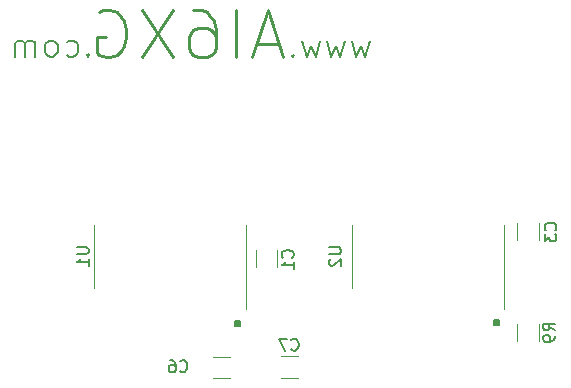
<source format=gbr>
%TF.GenerationSoftware,KiCad,Pcbnew,7.0.10*%
%TF.CreationDate,2024-01-22T19:43:49-08:00*%
%TF.ProjectId,Relay_LCD k7,52656c61-795f-44c4-9344-206b372e6b69,rev?*%
%TF.SameCoordinates,Original*%
%TF.FileFunction,Legend,Bot*%
%TF.FilePolarity,Positive*%
%FSLAX46Y46*%
G04 Gerber Fmt 4.6, Leading zero omitted, Abs format (unit mm)*
G04 Created by KiCad (PCBNEW 7.0.10) date 2024-01-22 19:43:49*
%MOMM*%
%LPD*%
G01*
G04 APERTURE LIST*
%ADD10C,0.200000*%
%ADD11C,0.250000*%
%ADD12C,0.150000*%
%ADD13C,0.120000*%
G04 APERTURE END LIST*
D10*
X90788601Y-116075000D02*
X91225000Y-116075000D01*
X91225000Y-116488547D01*
X90788601Y-116488547D01*
X90788601Y-116075000D01*
G36*
X90788601Y-116075000D02*
G01*
X91225000Y-116075000D01*
X91225000Y-116488547D01*
X90788601Y-116488547D01*
X90788601Y-116075000D01*
G37*
X112750000Y-116000000D02*
X113186399Y-116000000D01*
X113186399Y-116413547D01*
X112750000Y-116413547D01*
X112750000Y-116000000D01*
G36*
X112750000Y-116000000D02*
G01*
X113186399Y-116000000D01*
X113186399Y-116413547D01*
X112750000Y-116413547D01*
X112750000Y-116000000D01*
G37*
X102208332Y-92431504D02*
X101827380Y-93764838D01*
X101827380Y-93764838D02*
X101446427Y-92812457D01*
X101446427Y-92812457D02*
X101065475Y-93764838D01*
X101065475Y-93764838D02*
X100684523Y-92431504D01*
X100113094Y-92431504D02*
X99732142Y-93764838D01*
X99732142Y-93764838D02*
X99351189Y-92812457D01*
X99351189Y-92812457D02*
X98970237Y-93764838D01*
X98970237Y-93764838D02*
X98589285Y-92431504D01*
X98017856Y-92431504D02*
X97636904Y-93764838D01*
X97636904Y-93764838D02*
X97255951Y-92812457D01*
X97255951Y-92812457D02*
X96874999Y-93764838D01*
X96874999Y-93764838D02*
X96494047Y-92431504D01*
X95732142Y-93574361D02*
X95636904Y-93669600D01*
X95636904Y-93669600D02*
X95732142Y-93764838D01*
X95732142Y-93764838D02*
X95827380Y-93669600D01*
X95827380Y-93669600D02*
X95732142Y-93574361D01*
X95732142Y-93574361D02*
X95732142Y-93764838D01*
D11*
X94514285Y-92644619D02*
X92609523Y-92644619D01*
X94895237Y-93787476D02*
X93561904Y-89787476D01*
X93561904Y-89787476D02*
X92228570Y-93787476D01*
X90895238Y-93787476D02*
X90895238Y-89787476D01*
X87276190Y-89787476D02*
X88038095Y-89787476D01*
X88038095Y-89787476D02*
X88419047Y-89977952D01*
X88419047Y-89977952D02*
X88609523Y-90168428D01*
X88609523Y-90168428D02*
X88990476Y-90739857D01*
X88990476Y-90739857D02*
X89180952Y-91501761D01*
X89180952Y-91501761D02*
X89180952Y-93025571D01*
X89180952Y-93025571D02*
X88990476Y-93406523D01*
X88990476Y-93406523D02*
X88799999Y-93597000D01*
X88799999Y-93597000D02*
X88419047Y-93787476D01*
X88419047Y-93787476D02*
X87657142Y-93787476D01*
X87657142Y-93787476D02*
X87276190Y-93597000D01*
X87276190Y-93597000D02*
X87085714Y-93406523D01*
X87085714Y-93406523D02*
X86895237Y-93025571D01*
X86895237Y-93025571D02*
X86895237Y-92073190D01*
X86895237Y-92073190D02*
X87085714Y-91692238D01*
X87085714Y-91692238D02*
X87276190Y-91501761D01*
X87276190Y-91501761D02*
X87657142Y-91311285D01*
X87657142Y-91311285D02*
X88419047Y-91311285D01*
X88419047Y-91311285D02*
X88799999Y-91501761D01*
X88799999Y-91501761D02*
X88990476Y-91692238D01*
X88990476Y-91692238D02*
X89180952Y-92073190D01*
X85561904Y-89787476D02*
X82895237Y-93787476D01*
X82895237Y-89787476D02*
X85561904Y-93787476D01*
X79276189Y-89977952D02*
X79657142Y-89787476D01*
X79657142Y-89787476D02*
X80228570Y-89787476D01*
X80228570Y-89787476D02*
X80799999Y-89977952D01*
X80799999Y-89977952D02*
X81180951Y-90358904D01*
X81180951Y-90358904D02*
X81371428Y-90739857D01*
X81371428Y-90739857D02*
X81561904Y-91501761D01*
X81561904Y-91501761D02*
X81561904Y-92073190D01*
X81561904Y-92073190D02*
X81371428Y-92835095D01*
X81371428Y-92835095D02*
X81180951Y-93216047D01*
X81180951Y-93216047D02*
X80799999Y-93597000D01*
X80799999Y-93597000D02*
X80228570Y-93787476D01*
X80228570Y-93787476D02*
X79847618Y-93787476D01*
X79847618Y-93787476D02*
X79276189Y-93597000D01*
X79276189Y-93597000D02*
X79085713Y-93406523D01*
X79085713Y-93406523D02*
X79085713Y-92073190D01*
X79085713Y-92073190D02*
X79847618Y-92073190D01*
D10*
X78345238Y-93524361D02*
X78250000Y-93619600D01*
X78250000Y-93619600D02*
X78345238Y-93714838D01*
X78345238Y-93714838D02*
X78440476Y-93619600D01*
X78440476Y-93619600D02*
X78345238Y-93524361D01*
X78345238Y-93524361D02*
X78345238Y-93714838D01*
X76535714Y-93619600D02*
X76726190Y-93714838D01*
X76726190Y-93714838D02*
X77107143Y-93714838D01*
X77107143Y-93714838D02*
X77297619Y-93619600D01*
X77297619Y-93619600D02*
X77392857Y-93524361D01*
X77392857Y-93524361D02*
X77488095Y-93333885D01*
X77488095Y-93333885D02*
X77488095Y-92762457D01*
X77488095Y-92762457D02*
X77392857Y-92571980D01*
X77392857Y-92571980D02*
X77297619Y-92476742D01*
X77297619Y-92476742D02*
X77107143Y-92381504D01*
X77107143Y-92381504D02*
X76726190Y-92381504D01*
X76726190Y-92381504D02*
X76535714Y-92476742D01*
X75392857Y-93714838D02*
X75583333Y-93619600D01*
X75583333Y-93619600D02*
X75678571Y-93524361D01*
X75678571Y-93524361D02*
X75773809Y-93333885D01*
X75773809Y-93333885D02*
X75773809Y-92762457D01*
X75773809Y-92762457D02*
X75678571Y-92571980D01*
X75678571Y-92571980D02*
X75583333Y-92476742D01*
X75583333Y-92476742D02*
X75392857Y-92381504D01*
X75392857Y-92381504D02*
X75107142Y-92381504D01*
X75107142Y-92381504D02*
X74916666Y-92476742D01*
X74916666Y-92476742D02*
X74821428Y-92571980D01*
X74821428Y-92571980D02*
X74726190Y-92762457D01*
X74726190Y-92762457D02*
X74726190Y-93333885D01*
X74726190Y-93333885D02*
X74821428Y-93524361D01*
X74821428Y-93524361D02*
X74916666Y-93619600D01*
X74916666Y-93619600D02*
X75107142Y-93714838D01*
X75107142Y-93714838D02*
X75392857Y-93714838D01*
X73869047Y-93714838D02*
X73869047Y-92381504D01*
X73869047Y-92571980D02*
X73773809Y-92476742D01*
X73773809Y-92476742D02*
X73583333Y-92381504D01*
X73583333Y-92381504D02*
X73297618Y-92381504D01*
X73297618Y-92381504D02*
X73107142Y-92476742D01*
X73107142Y-92476742D02*
X73011904Y-92667219D01*
X73011904Y-92667219D02*
X73011904Y-93714838D01*
X73011904Y-92667219D02*
X72916666Y-92476742D01*
X72916666Y-92476742D02*
X72726190Y-92381504D01*
X72726190Y-92381504D02*
X72440476Y-92381504D01*
X72440476Y-92381504D02*
X72249999Y-92476742D01*
X72249999Y-92476742D02*
X72154761Y-92667219D01*
X72154761Y-92667219D02*
X72154761Y-93714838D01*
D12*
X117874819Y-116908333D02*
X117398628Y-116575000D01*
X117874819Y-116336905D02*
X116874819Y-116336905D01*
X116874819Y-116336905D02*
X116874819Y-116717857D01*
X116874819Y-116717857D02*
X116922438Y-116813095D01*
X116922438Y-116813095D02*
X116970057Y-116860714D01*
X116970057Y-116860714D02*
X117065295Y-116908333D01*
X117065295Y-116908333D02*
X117208152Y-116908333D01*
X117208152Y-116908333D02*
X117303390Y-116860714D01*
X117303390Y-116860714D02*
X117351009Y-116813095D01*
X117351009Y-116813095D02*
X117398628Y-116717857D01*
X117398628Y-116717857D02*
X117398628Y-116336905D01*
X117874819Y-117384524D02*
X117874819Y-117575000D01*
X117874819Y-117575000D02*
X117827200Y-117670238D01*
X117827200Y-117670238D02*
X117779580Y-117717857D01*
X117779580Y-117717857D02*
X117636723Y-117813095D01*
X117636723Y-117813095D02*
X117446247Y-117860714D01*
X117446247Y-117860714D02*
X117065295Y-117860714D01*
X117065295Y-117860714D02*
X116970057Y-117813095D01*
X116970057Y-117813095D02*
X116922438Y-117765476D01*
X116922438Y-117765476D02*
X116874819Y-117670238D01*
X116874819Y-117670238D02*
X116874819Y-117479762D01*
X116874819Y-117479762D02*
X116922438Y-117384524D01*
X116922438Y-117384524D02*
X116970057Y-117336905D01*
X116970057Y-117336905D02*
X117065295Y-117289286D01*
X117065295Y-117289286D02*
X117303390Y-117289286D01*
X117303390Y-117289286D02*
X117398628Y-117336905D01*
X117398628Y-117336905D02*
X117446247Y-117384524D01*
X117446247Y-117384524D02*
X117493866Y-117479762D01*
X117493866Y-117479762D02*
X117493866Y-117670238D01*
X117493866Y-117670238D02*
X117446247Y-117765476D01*
X117446247Y-117765476D02*
X117398628Y-117813095D01*
X117398628Y-117813095D02*
X117303390Y-117860714D01*
X86154166Y-120334580D02*
X86201785Y-120382200D01*
X86201785Y-120382200D02*
X86344642Y-120429819D01*
X86344642Y-120429819D02*
X86439880Y-120429819D01*
X86439880Y-120429819D02*
X86582737Y-120382200D01*
X86582737Y-120382200D02*
X86677975Y-120286961D01*
X86677975Y-120286961D02*
X86725594Y-120191723D01*
X86725594Y-120191723D02*
X86773213Y-120001247D01*
X86773213Y-120001247D02*
X86773213Y-119858390D01*
X86773213Y-119858390D02*
X86725594Y-119667914D01*
X86725594Y-119667914D02*
X86677975Y-119572676D01*
X86677975Y-119572676D02*
X86582737Y-119477438D01*
X86582737Y-119477438D02*
X86439880Y-119429819D01*
X86439880Y-119429819D02*
X86344642Y-119429819D01*
X86344642Y-119429819D02*
X86201785Y-119477438D01*
X86201785Y-119477438D02*
X86154166Y-119525057D01*
X85297023Y-119429819D02*
X85487499Y-119429819D01*
X85487499Y-119429819D02*
X85582737Y-119477438D01*
X85582737Y-119477438D02*
X85630356Y-119525057D01*
X85630356Y-119525057D02*
X85725594Y-119667914D01*
X85725594Y-119667914D02*
X85773213Y-119858390D01*
X85773213Y-119858390D02*
X85773213Y-120239342D01*
X85773213Y-120239342D02*
X85725594Y-120334580D01*
X85725594Y-120334580D02*
X85677975Y-120382200D01*
X85677975Y-120382200D02*
X85582737Y-120429819D01*
X85582737Y-120429819D02*
X85392261Y-120429819D01*
X85392261Y-120429819D02*
X85297023Y-120382200D01*
X85297023Y-120382200D02*
X85249404Y-120334580D01*
X85249404Y-120334580D02*
X85201785Y-120239342D01*
X85201785Y-120239342D02*
X85201785Y-120001247D01*
X85201785Y-120001247D02*
X85249404Y-119906009D01*
X85249404Y-119906009D02*
X85297023Y-119858390D01*
X85297023Y-119858390D02*
X85392261Y-119810771D01*
X85392261Y-119810771D02*
X85582737Y-119810771D01*
X85582737Y-119810771D02*
X85677975Y-119858390D01*
X85677975Y-119858390D02*
X85725594Y-119906009D01*
X85725594Y-119906009D02*
X85773213Y-120001247D01*
X95566666Y-118509580D02*
X95614285Y-118557200D01*
X95614285Y-118557200D02*
X95757142Y-118604819D01*
X95757142Y-118604819D02*
X95852380Y-118604819D01*
X95852380Y-118604819D02*
X95995237Y-118557200D01*
X95995237Y-118557200D02*
X96090475Y-118461961D01*
X96090475Y-118461961D02*
X96138094Y-118366723D01*
X96138094Y-118366723D02*
X96185713Y-118176247D01*
X96185713Y-118176247D02*
X96185713Y-118033390D01*
X96185713Y-118033390D02*
X96138094Y-117842914D01*
X96138094Y-117842914D02*
X96090475Y-117747676D01*
X96090475Y-117747676D02*
X95995237Y-117652438D01*
X95995237Y-117652438D02*
X95852380Y-117604819D01*
X95852380Y-117604819D02*
X95757142Y-117604819D01*
X95757142Y-117604819D02*
X95614285Y-117652438D01*
X95614285Y-117652438D02*
X95566666Y-117700057D01*
X95233332Y-117604819D02*
X94566666Y-117604819D01*
X94566666Y-117604819D02*
X94995237Y-118604819D01*
X95659580Y-110733333D02*
X95707200Y-110685714D01*
X95707200Y-110685714D02*
X95754819Y-110542857D01*
X95754819Y-110542857D02*
X95754819Y-110447619D01*
X95754819Y-110447619D02*
X95707200Y-110304762D01*
X95707200Y-110304762D02*
X95611961Y-110209524D01*
X95611961Y-110209524D02*
X95516723Y-110161905D01*
X95516723Y-110161905D02*
X95326247Y-110114286D01*
X95326247Y-110114286D02*
X95183390Y-110114286D01*
X95183390Y-110114286D02*
X94992914Y-110161905D01*
X94992914Y-110161905D02*
X94897676Y-110209524D01*
X94897676Y-110209524D02*
X94802438Y-110304762D01*
X94802438Y-110304762D02*
X94754819Y-110447619D01*
X94754819Y-110447619D02*
X94754819Y-110542857D01*
X94754819Y-110542857D02*
X94802438Y-110685714D01*
X94802438Y-110685714D02*
X94850057Y-110733333D01*
X95754819Y-111685714D02*
X95754819Y-111114286D01*
X95754819Y-111400000D02*
X94754819Y-111400000D01*
X94754819Y-111400000D02*
X94897676Y-111304762D01*
X94897676Y-111304762D02*
X94992914Y-111209524D01*
X94992914Y-111209524D02*
X95040533Y-111114286D01*
X117909580Y-108408333D02*
X117957200Y-108360714D01*
X117957200Y-108360714D02*
X118004819Y-108217857D01*
X118004819Y-108217857D02*
X118004819Y-108122619D01*
X118004819Y-108122619D02*
X117957200Y-107979762D01*
X117957200Y-107979762D02*
X117861961Y-107884524D01*
X117861961Y-107884524D02*
X117766723Y-107836905D01*
X117766723Y-107836905D02*
X117576247Y-107789286D01*
X117576247Y-107789286D02*
X117433390Y-107789286D01*
X117433390Y-107789286D02*
X117242914Y-107836905D01*
X117242914Y-107836905D02*
X117147676Y-107884524D01*
X117147676Y-107884524D02*
X117052438Y-107979762D01*
X117052438Y-107979762D02*
X117004819Y-108122619D01*
X117004819Y-108122619D02*
X117004819Y-108217857D01*
X117004819Y-108217857D02*
X117052438Y-108360714D01*
X117052438Y-108360714D02*
X117100057Y-108408333D01*
X117004819Y-108741667D02*
X117004819Y-109360714D01*
X117004819Y-109360714D02*
X117385771Y-109027381D01*
X117385771Y-109027381D02*
X117385771Y-109170238D01*
X117385771Y-109170238D02*
X117433390Y-109265476D01*
X117433390Y-109265476D02*
X117481009Y-109313095D01*
X117481009Y-109313095D02*
X117576247Y-109360714D01*
X117576247Y-109360714D02*
X117814342Y-109360714D01*
X117814342Y-109360714D02*
X117909580Y-109313095D01*
X117909580Y-109313095D02*
X117957200Y-109265476D01*
X117957200Y-109265476D02*
X118004819Y-109170238D01*
X118004819Y-109170238D02*
X118004819Y-108884524D01*
X118004819Y-108884524D02*
X117957200Y-108789286D01*
X117957200Y-108789286D02*
X117909580Y-108741667D01*
X77404819Y-109863095D02*
X78214342Y-109863095D01*
X78214342Y-109863095D02*
X78309580Y-109910714D01*
X78309580Y-109910714D02*
X78357200Y-109958333D01*
X78357200Y-109958333D02*
X78404819Y-110053571D01*
X78404819Y-110053571D02*
X78404819Y-110244047D01*
X78404819Y-110244047D02*
X78357200Y-110339285D01*
X78357200Y-110339285D02*
X78309580Y-110386904D01*
X78309580Y-110386904D02*
X78214342Y-110434523D01*
X78214342Y-110434523D02*
X77404819Y-110434523D01*
X78404819Y-111434523D02*
X78404819Y-110863095D01*
X78404819Y-111148809D02*
X77404819Y-111148809D01*
X77404819Y-111148809D02*
X77547676Y-111053571D01*
X77547676Y-111053571D02*
X77642914Y-110958333D01*
X77642914Y-110958333D02*
X77690533Y-110863095D01*
X98754819Y-109882369D02*
X99564342Y-109882369D01*
X99564342Y-109882369D02*
X99659580Y-109929988D01*
X99659580Y-109929988D02*
X99707200Y-109977607D01*
X99707200Y-109977607D02*
X99754819Y-110072845D01*
X99754819Y-110072845D02*
X99754819Y-110263321D01*
X99754819Y-110263321D02*
X99707200Y-110358559D01*
X99707200Y-110358559D02*
X99659580Y-110406178D01*
X99659580Y-110406178D02*
X99564342Y-110453797D01*
X99564342Y-110453797D02*
X98754819Y-110453797D01*
X98850057Y-110882369D02*
X98802438Y-110929988D01*
X98802438Y-110929988D02*
X98754819Y-111025226D01*
X98754819Y-111025226D02*
X98754819Y-111263321D01*
X98754819Y-111263321D02*
X98802438Y-111358559D01*
X98802438Y-111358559D02*
X98850057Y-111406178D01*
X98850057Y-111406178D02*
X98945295Y-111453797D01*
X98945295Y-111453797D02*
X99040533Y-111453797D01*
X99040533Y-111453797D02*
X99183390Y-111406178D01*
X99183390Y-111406178D02*
X99754819Y-110834750D01*
X99754819Y-110834750D02*
X99754819Y-111453797D01*
D13*
%TO.C,R9*%
X114690000Y-117802064D02*
X114690000Y-116347936D01*
X116510000Y-117802064D02*
X116510000Y-116347936D01*
%TO.C,C6*%
X90361252Y-120935000D02*
X88938748Y-120935000D01*
X90361252Y-119115000D02*
X88938748Y-119115000D01*
%TO.C,C7*%
X96111252Y-120910000D02*
X94688748Y-120910000D01*
X96111252Y-119090000D02*
X94688748Y-119090000D01*
%TO.C,C1*%
X92540000Y-110076248D02*
X92540000Y-111498752D01*
X94360000Y-110076248D02*
X94360000Y-111498752D01*
%TO.C,C3*%
X114690000Y-107801248D02*
X114690000Y-109223752D01*
X116510000Y-107801248D02*
X116510000Y-109223752D01*
%TO.C,U1*%
X91695000Y-110669274D02*
X91695000Y-108019274D01*
X91695000Y-110669274D02*
X91695000Y-115119274D01*
X78875000Y-110669274D02*
X78875000Y-108019274D01*
X78875000Y-110669274D02*
X78875000Y-113319274D01*
%TO.C,U2*%
X113541399Y-110644274D02*
X113541399Y-107994274D01*
X113541399Y-110644274D02*
X113541399Y-115094274D01*
X100721399Y-110644274D02*
X100721399Y-107994274D01*
X100721399Y-110644274D02*
X100721399Y-113294274D01*
%TD*%
M02*

</source>
